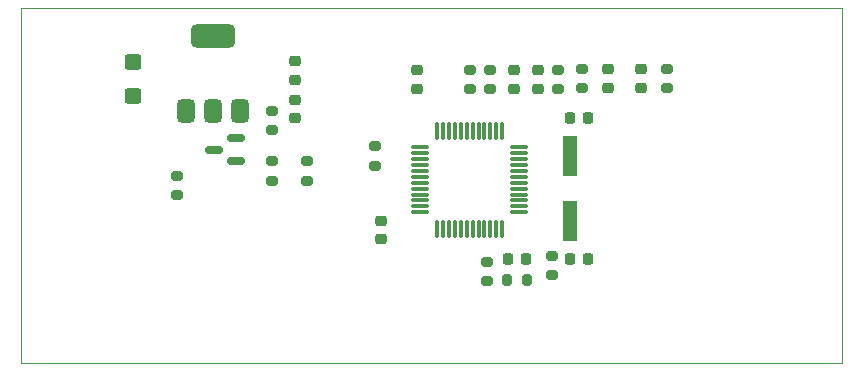
<source format=gbr>
%TF.GenerationSoftware,KiCad,Pcbnew,9.0.2*%
%TF.CreationDate,2025-10-23T03:25:40+03:00*%
%TF.ProjectId,stlinkv2,73746c69-6e6b-4763-922e-6b696361645f,rev?*%
%TF.SameCoordinates,Original*%
%TF.FileFunction,Paste,Top*%
%TF.FilePolarity,Positive*%
%FSLAX46Y46*%
G04 Gerber Fmt 4.6, Leading zero omitted, Abs format (unit mm)*
G04 Created by KiCad (PCBNEW 9.0.2) date 2025-10-23 03:25:40*
%MOMM*%
%LPD*%
G01*
G04 APERTURE LIST*
G04 Aperture macros list*
%AMRoundRect*
0 Rectangle with rounded corners*
0 $1 Rounding radius*
0 $2 $3 $4 $5 $6 $7 $8 $9 X,Y pos of 4 corners*
0 Add a 4 corners polygon primitive as box body*
4,1,4,$2,$3,$4,$5,$6,$7,$8,$9,$2,$3,0*
0 Add four circle primitives for the rounded corners*
1,1,$1+$1,$2,$3*
1,1,$1+$1,$4,$5*
1,1,$1+$1,$6,$7*
1,1,$1+$1,$8,$9*
0 Add four rect primitives between the rounded corners*
20,1,$1+$1,$2,$3,$4,$5,0*
20,1,$1+$1,$4,$5,$6,$7,0*
20,1,$1+$1,$6,$7,$8,$9,0*
20,1,$1+$1,$8,$9,$2,$3,0*%
G04 Aperture macros list end*
%ADD10RoundRect,0.225000X-0.250000X0.225000X-0.250000X-0.225000X0.250000X-0.225000X0.250000X0.225000X0*%
%ADD11RoundRect,0.200000X0.275000X-0.200000X0.275000X0.200000X-0.275000X0.200000X-0.275000X-0.200000X0*%
%ADD12RoundRect,0.250000X-0.450000X0.400000X-0.450000X-0.400000X0.450000X-0.400000X0.450000X0.400000X0*%
%ADD13RoundRect,0.200000X-0.275000X0.200000X-0.275000X-0.200000X0.275000X-0.200000X0.275000X0.200000X0*%
%ADD14RoundRect,0.225000X0.250000X-0.225000X0.250000X0.225000X-0.250000X0.225000X-0.250000X-0.225000X0*%
%ADD15RoundRect,0.225000X-0.225000X-0.250000X0.225000X-0.250000X0.225000X0.250000X-0.225000X0.250000X0*%
%ADD16R,1.200000X3.500000*%
%ADD17RoundRect,0.218750X-0.256250X0.218750X-0.256250X-0.218750X0.256250X-0.218750X0.256250X0.218750X0*%
%ADD18RoundRect,0.200000X0.200000X0.275000X-0.200000X0.275000X-0.200000X-0.275000X0.200000X-0.275000X0*%
%ADD19RoundRect,0.375000X0.375000X-0.625000X0.375000X0.625000X-0.375000X0.625000X-0.375000X-0.625000X0*%
%ADD20RoundRect,0.500000X1.400000X-0.500000X1.400000X0.500000X-1.400000X0.500000X-1.400000X-0.500000X0*%
%ADD21RoundRect,0.075000X0.662500X0.075000X-0.662500X0.075000X-0.662500X-0.075000X0.662500X-0.075000X0*%
%ADD22RoundRect,0.075000X0.075000X0.662500X-0.075000X0.662500X-0.075000X-0.662500X0.075000X-0.662500X0*%
%ADD23RoundRect,0.150000X0.587500X0.150000X-0.587500X0.150000X-0.587500X-0.150000X0.587500X-0.150000X0*%
%ADD24RoundRect,0.218750X0.256250X-0.218750X0.256250X0.218750X-0.256250X0.218750X-0.256250X-0.218750X0*%
%TA.AperFunction,Profile*%
%ADD25C,0.050000*%
%TD*%
G04 APERTURE END LIST*
D10*
%TO.C,C8*%
X74250000Y-26725000D03*
X74250000Y-28275000D03*
%TD*%
%TO.C,C7*%
X92750000Y-24225000D03*
X92750000Y-25775000D03*
%TD*%
D11*
%TO.C,R5*%
X90750000Y-25825000D03*
X90750000Y-24175000D03*
%TD*%
D12*
%TO.C,D3*%
X60500000Y-23550000D03*
X60500000Y-26450000D03*
%TD*%
D13*
%TO.C,R9*%
X105750000Y-24100000D03*
X105750000Y-25750000D03*
%TD*%
D14*
%TO.C,C4*%
X81500000Y-38525000D03*
X81500000Y-36975000D03*
%TD*%
%TO.C,C9*%
X74250000Y-25025000D03*
X74250000Y-23475000D03*
%TD*%
D15*
%TO.C,C5*%
X92225000Y-40250000D03*
X93775000Y-40250000D03*
%TD*%
D16*
%TO.C,Y1*%
X97500000Y-37000000D03*
X97500000Y-31500000D03*
%TD*%
D13*
%TO.C,R10*%
X75250000Y-31925000D03*
X75250000Y-33575000D03*
%TD*%
D17*
%TO.C,D1*%
X103500000Y-24137500D03*
X103500000Y-25712500D03*
%TD*%
D18*
%TO.C,R3*%
X93825000Y-42000000D03*
X92175000Y-42000000D03*
%TD*%
D13*
%TO.C,R1*%
X96500000Y-24175000D03*
X96500000Y-25825000D03*
%TD*%
D11*
%TO.C,R2*%
X90500000Y-42075000D03*
X90500000Y-40425000D03*
%TD*%
D19*
%TO.C,U2*%
X64950000Y-27650000D03*
X67250000Y-27650000D03*
D20*
X67250000Y-21350000D03*
D19*
X69550000Y-27650000D03*
%TD*%
D11*
%TO.C,R8*%
X98500000Y-25750000D03*
X98500000Y-24100000D03*
%TD*%
%TO.C,R7*%
X89000000Y-25825000D03*
X89000000Y-24175000D03*
%TD*%
D14*
%TO.C,C1*%
X94750000Y-25775000D03*
X94750000Y-24225000D03*
%TD*%
D10*
%TO.C,C6*%
X84500000Y-24225000D03*
X84500000Y-25775000D03*
%TD*%
D11*
%TO.C,R11*%
X72250000Y-29325000D03*
X72250000Y-27675000D03*
%TD*%
%TO.C,R13*%
X64250000Y-34825000D03*
X64250000Y-33175000D03*
%TD*%
D21*
%TO.C,U1*%
X93162500Y-36250000D03*
X93162500Y-35750000D03*
X93162500Y-35250000D03*
X93162500Y-34750000D03*
X93162500Y-34250000D03*
X93162500Y-33750000D03*
X93162500Y-33250000D03*
X93162500Y-32750000D03*
X93162500Y-32250000D03*
X93162500Y-31750000D03*
X93162500Y-31250000D03*
X93162500Y-30750000D03*
D22*
X91750000Y-29337500D03*
X91250000Y-29337500D03*
X90750000Y-29337500D03*
X90250000Y-29337500D03*
X89750000Y-29337500D03*
X89250000Y-29337500D03*
X88750000Y-29337500D03*
X88250000Y-29337500D03*
X87750000Y-29337500D03*
X87250000Y-29337500D03*
X86750000Y-29337500D03*
X86250000Y-29337500D03*
D21*
X84837500Y-30750000D03*
X84837500Y-31250000D03*
X84837500Y-31750000D03*
X84837500Y-32250000D03*
X84837500Y-32750000D03*
X84837500Y-33250000D03*
X84837500Y-33750000D03*
X84837500Y-34250000D03*
X84837500Y-34750000D03*
X84837500Y-35250000D03*
X84837500Y-35750000D03*
X84837500Y-36250000D03*
D22*
X86250000Y-37662500D03*
X86750000Y-37662500D03*
X87250000Y-37662500D03*
X87750000Y-37662500D03*
X88250000Y-37662500D03*
X88750000Y-37662500D03*
X89250000Y-37662500D03*
X89750000Y-37662500D03*
X90250000Y-37662500D03*
X90750000Y-37662500D03*
X91250000Y-37662500D03*
X91750000Y-37662500D03*
%TD*%
D11*
%TO.C,R12*%
X72250000Y-33575000D03*
X72250000Y-31925000D03*
%TD*%
%TO.C,R6*%
X81000000Y-32325000D03*
X81000000Y-30675000D03*
%TD*%
D23*
%TO.C,Q1*%
X69250000Y-31900000D03*
X69250000Y-30000000D03*
X67375000Y-30950000D03*
%TD*%
D15*
%TO.C,C3*%
X97475000Y-28250000D03*
X99025000Y-28250000D03*
%TD*%
D24*
%TO.C,D2*%
X100750000Y-25712500D03*
X100750000Y-24137500D03*
%TD*%
D15*
%TO.C,C2*%
X97475000Y-40250000D03*
X99025000Y-40250000D03*
%TD*%
D13*
%TO.C,R4*%
X96000000Y-39925000D03*
X96000000Y-41575000D03*
%TD*%
D25*
X51000000Y-19000000D02*
X120500000Y-19000000D01*
X120500000Y-49000000D01*
X51000000Y-49000000D01*
X51000000Y-19000000D01*
M02*

</source>
